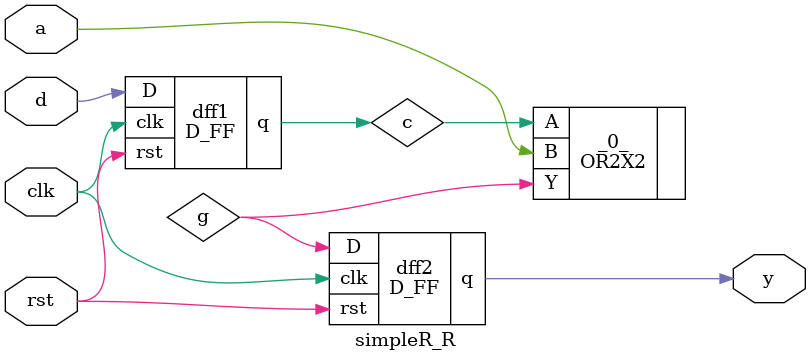
<source format=v>
/* Generated by Yosys 0.6 (git sha1 UNKNOWN, clang 3.4-1ubuntu3 -fPIC -Os) */

module D_FF(D, clk, rst, q);
  wire _0_;
  input D;
  input clk;
  output q;
  input rst;
  AND2X2 _1_ (
    .A(D),
    .B(rst),
    .Y(_0_)
  );
  DFFPOSX1 _2_ (
    .CLK(clk),
    .D(_0_),
    .Q(q)
  );
endmodule

module simpleR_R(a, d, clk, rst, y);
  input a;
  wire c;
  input clk;
  input d;
  wire g;
  input rst;
  output y;
  OR2X2 _0_ (
    .A(c),
    .B(a),
    .Y(g)
  );
  D_FF dff1 (
    .D(d),
    .clk(clk),
    .q(c),
    .rst(rst)
  );
  D_FF dff2 (
    .D(g),
    .clk(clk),
    .q(y),
    .rst(rst)
  );
endmodule

</source>
